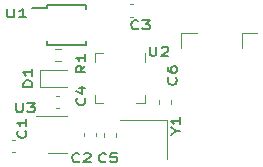
<source format=gbr>
%TF.GenerationSoftware,KiCad,Pcbnew,(6.0.5)*%
%TF.CreationDate,2022-06-17T17:21:07-07:00*%
%TF.ProjectId,picstick,70696373-7469-4636-9b2e-6b696361645f,1.0*%
%TF.SameCoordinates,Original*%
%TF.FileFunction,Legend,Top*%
%TF.FilePolarity,Positive*%
%FSLAX46Y46*%
G04 Gerber Fmt 4.6, Leading zero omitted, Abs format (unit mm)*
G04 Created by KiCad (PCBNEW (6.0.5)) date 2022-06-17 17:21:07*
%MOMM*%
%LPD*%
G01*
G04 APERTURE LIST*
%ADD10C,0.150000*%
%ADD11C,0.187500*%
%ADD12C,0.120000*%
G04 APERTURE END LIST*
D10*
%TO.C,Y1*%
X117732142Y-84476190D02*
X118089285Y-84476190D01*
X117339285Y-84809523D02*
X117732142Y-84476190D01*
X117339285Y-84142857D01*
X118089285Y-83285714D02*
X118089285Y-83857142D01*
X118089285Y-83571428D02*
X117339285Y-83571428D01*
X117446428Y-83666666D01*
X117517857Y-83761904D01*
X117553571Y-83857142D01*
%TO.C,C1*%
X105017857Y-84416666D02*
X105053571Y-84464285D01*
X105089285Y-84607142D01*
X105089285Y-84702380D01*
X105053571Y-84845238D01*
X104982142Y-84940476D01*
X104910714Y-84988095D01*
X104767857Y-85035714D01*
X104660714Y-85035714D01*
X104517857Y-84988095D01*
X104446428Y-84940476D01*
X104375000Y-84845238D01*
X104339285Y-84702380D01*
X104339285Y-84607142D01*
X104375000Y-84464285D01*
X104410714Y-84416666D01*
X105089285Y-83464285D02*
X105089285Y-84035714D01*
X105089285Y-83750000D02*
X104339285Y-83750000D01*
X104446428Y-83845238D01*
X104517857Y-83940476D01*
X104553571Y-84035714D01*
%TO.C,C3*%
X114583333Y-75767857D02*
X114535714Y-75803571D01*
X114392857Y-75839285D01*
X114297619Y-75839285D01*
X114154761Y-75803571D01*
X114059523Y-75732142D01*
X114011904Y-75660714D01*
X113964285Y-75517857D01*
X113964285Y-75410714D01*
X114011904Y-75267857D01*
X114059523Y-75196428D01*
X114154761Y-75125000D01*
X114297619Y-75089285D01*
X114392857Y-75089285D01*
X114535714Y-75125000D01*
X114583333Y-75160714D01*
X114916666Y-75089285D02*
X115535714Y-75089285D01*
X115202380Y-75375000D01*
X115345238Y-75375000D01*
X115440476Y-75410714D01*
X115488095Y-75446428D01*
X115535714Y-75517857D01*
X115535714Y-75696428D01*
X115488095Y-75767857D01*
X115440476Y-75803571D01*
X115345238Y-75839285D01*
X115059523Y-75839285D01*
X114964285Y-75803571D01*
X114916666Y-75767857D01*
%TO.C,R1*%
X110089285Y-78916666D02*
X109732142Y-79250000D01*
X110089285Y-79488095D02*
X109339285Y-79488095D01*
X109339285Y-79107142D01*
X109375000Y-79011904D01*
X109410714Y-78964285D01*
X109482142Y-78916666D01*
X109589285Y-78916666D01*
X109660714Y-78964285D01*
X109696428Y-79011904D01*
X109732142Y-79107142D01*
X109732142Y-79488095D01*
X110089285Y-77964285D02*
X110089285Y-78535714D01*
X110089285Y-78250000D02*
X109339285Y-78250000D01*
X109446428Y-78345238D01*
X109517857Y-78440476D01*
X109553571Y-78535714D01*
%TO.C,C4*%
X110017857Y-81666666D02*
X110053571Y-81714285D01*
X110089285Y-81857142D01*
X110089285Y-81952380D01*
X110053571Y-82095238D01*
X109982142Y-82190476D01*
X109910714Y-82238095D01*
X109767857Y-82285714D01*
X109660714Y-82285714D01*
X109517857Y-82238095D01*
X109446428Y-82190476D01*
X109375000Y-82095238D01*
X109339285Y-81952380D01*
X109339285Y-81857142D01*
X109375000Y-81714285D01*
X109410714Y-81666666D01*
X109589285Y-80809523D02*
X110089285Y-80809523D01*
X109303571Y-81047619D02*
X109839285Y-81285714D01*
X109839285Y-80666666D01*
D11*
%TO.C,U2*%
X115538095Y-77339285D02*
X115538095Y-77946428D01*
X115585714Y-78017857D01*
X115633333Y-78053571D01*
X115728571Y-78089285D01*
X115919047Y-78089285D01*
X116014285Y-78053571D01*
X116061904Y-78017857D01*
X116109523Y-77946428D01*
X116109523Y-77339285D01*
X116538095Y-77410714D02*
X116585714Y-77375000D01*
X116680952Y-77339285D01*
X116919047Y-77339285D01*
X117014285Y-77375000D01*
X117061904Y-77410714D01*
X117109523Y-77482142D01*
X117109523Y-77553571D01*
X117061904Y-77660714D01*
X116490476Y-78089285D01*
X117109523Y-78089285D01*
%TO.C,U3*%
X104238095Y-82099285D02*
X104238095Y-82706428D01*
X104285714Y-82777857D01*
X104333333Y-82813571D01*
X104428571Y-82849285D01*
X104619047Y-82849285D01*
X104714285Y-82813571D01*
X104761904Y-82777857D01*
X104809523Y-82706428D01*
X104809523Y-82099285D01*
X105190476Y-82099285D02*
X105809523Y-82099285D01*
X105476190Y-82385000D01*
X105619047Y-82385000D01*
X105714285Y-82420714D01*
X105761904Y-82456428D01*
X105809523Y-82527857D01*
X105809523Y-82706428D01*
X105761904Y-82777857D01*
X105714285Y-82813571D01*
X105619047Y-82849285D01*
X105333333Y-82849285D01*
X105238095Y-82813571D01*
X105190476Y-82777857D01*
D10*
%TO.C,D1*%
X105589285Y-80738095D02*
X104839285Y-80738095D01*
X104839285Y-80500000D01*
X104875000Y-80357142D01*
X104946428Y-80261904D01*
X105017857Y-80214285D01*
X105160714Y-80166666D01*
X105267857Y-80166666D01*
X105410714Y-80214285D01*
X105482142Y-80261904D01*
X105553571Y-80357142D01*
X105589285Y-80500000D01*
X105589285Y-80738095D01*
X105589285Y-79214285D02*
X105589285Y-79785714D01*
X105589285Y-79500000D02*
X104839285Y-79500000D01*
X104946428Y-79595238D01*
X105017857Y-79690476D01*
X105053571Y-79785714D01*
%TO.C,C6*%
X117767857Y-79916666D02*
X117803571Y-79964285D01*
X117839285Y-80107142D01*
X117839285Y-80202380D01*
X117803571Y-80345238D01*
X117732142Y-80440476D01*
X117660714Y-80488095D01*
X117517857Y-80535714D01*
X117410714Y-80535714D01*
X117267857Y-80488095D01*
X117196428Y-80440476D01*
X117125000Y-80345238D01*
X117089285Y-80202380D01*
X117089285Y-80107142D01*
X117125000Y-79964285D01*
X117160714Y-79916666D01*
X117089285Y-79059523D02*
X117089285Y-79250000D01*
X117125000Y-79345238D01*
X117160714Y-79392857D01*
X117267857Y-79488095D01*
X117410714Y-79535714D01*
X117696428Y-79535714D01*
X117767857Y-79488095D01*
X117803571Y-79440476D01*
X117839285Y-79345238D01*
X117839285Y-79154761D01*
X117803571Y-79059523D01*
X117767857Y-79011904D01*
X117696428Y-78964285D01*
X117517857Y-78964285D01*
X117446428Y-79011904D01*
X117410714Y-79059523D01*
X117375000Y-79154761D01*
X117375000Y-79345238D01*
X117410714Y-79440476D01*
X117446428Y-79488095D01*
X117517857Y-79535714D01*
%TO.C,C2*%
X109583333Y-87017857D02*
X109535714Y-87053571D01*
X109392857Y-87089285D01*
X109297619Y-87089285D01*
X109154761Y-87053571D01*
X109059523Y-86982142D01*
X109011904Y-86910714D01*
X108964285Y-86767857D01*
X108964285Y-86660714D01*
X109011904Y-86517857D01*
X109059523Y-86446428D01*
X109154761Y-86375000D01*
X109297619Y-86339285D01*
X109392857Y-86339285D01*
X109535714Y-86375000D01*
X109583333Y-86410714D01*
X109964285Y-86410714D02*
X110011904Y-86375000D01*
X110107142Y-86339285D01*
X110345238Y-86339285D01*
X110440476Y-86375000D01*
X110488095Y-86410714D01*
X110535714Y-86482142D01*
X110535714Y-86553571D01*
X110488095Y-86660714D01*
X109916666Y-87089285D01*
X110535714Y-87089285D01*
%TO.C,C5*%
X111833333Y-87017857D02*
X111785714Y-87053571D01*
X111642857Y-87089285D01*
X111547619Y-87089285D01*
X111404761Y-87053571D01*
X111309523Y-86982142D01*
X111261904Y-86910714D01*
X111214285Y-86767857D01*
X111214285Y-86660714D01*
X111261904Y-86517857D01*
X111309523Y-86446428D01*
X111404761Y-86375000D01*
X111547619Y-86339285D01*
X111642857Y-86339285D01*
X111785714Y-86375000D01*
X111833333Y-86410714D01*
X112738095Y-86339285D02*
X112261904Y-86339285D01*
X112214285Y-86696428D01*
X112261904Y-86660714D01*
X112357142Y-86625000D01*
X112595238Y-86625000D01*
X112690476Y-86660714D01*
X112738095Y-86696428D01*
X112785714Y-86767857D01*
X112785714Y-86946428D01*
X112738095Y-87017857D01*
X112690476Y-87053571D01*
X112595238Y-87089285D01*
X112357142Y-87089285D01*
X112261904Y-87053571D01*
X112214285Y-87017857D01*
D11*
%TO.C,U1*%
X103488095Y-74089285D02*
X103488095Y-74696428D01*
X103535714Y-74767857D01*
X103583333Y-74803571D01*
X103678571Y-74839285D01*
X103869047Y-74839285D01*
X103964285Y-74803571D01*
X104011904Y-74767857D01*
X104059523Y-74696428D01*
X104059523Y-74089285D01*
X105059523Y-74839285D02*
X104488095Y-74839285D01*
X104773809Y-74839285D02*
X104773809Y-74089285D01*
X104678571Y-74196428D01*
X104583333Y-74267857D01*
X104488095Y-74303571D01*
D12*
%TO.C,Y1*%
X117000000Y-83550000D02*
X113000000Y-83550000D01*
X117000000Y-86850000D02*
X117000000Y-83550000D01*
%TO.C,C1*%
X104165580Y-85240000D02*
X103884420Y-85240000D01*
X104165580Y-86260000D02*
X103884420Y-86260000D01*
%TO.C,C3*%
X113859420Y-73740000D02*
X114140580Y-73740000D01*
X113859420Y-74760000D02*
X114140580Y-74760000D01*
%TO.C,R1*%
X107987258Y-77477500D02*
X107512742Y-77477500D01*
X107987258Y-78522500D02*
X107512742Y-78522500D01*
%TO.C,C4*%
X107890580Y-82510000D02*
X107609420Y-82510000D01*
X107890580Y-81490000D02*
X107609420Y-81490000D01*
%TO.C,U2*%
X115110000Y-82110000D02*
X114385000Y-82110000D01*
X115110000Y-78615000D02*
X115110000Y-77890000D01*
X110890000Y-82110000D02*
X111615000Y-82110000D01*
X110890000Y-81385000D02*
X110890000Y-82110000D01*
X115110000Y-81385000D02*
X115110000Y-82110000D01*
X110890000Y-77890000D02*
X111615000Y-77890000D01*
X110890000Y-78615000D02*
X110890000Y-77890000D01*
%TO.C,U3*%
X107750000Y-86310000D02*
X108550000Y-86310000D01*
X107750000Y-86310000D02*
X106950000Y-86310000D01*
X107750000Y-83190000D02*
X108550000Y-83190000D01*
X107750000Y-83190000D02*
X105950000Y-83190000D01*
%TO.C,D1*%
X106265000Y-79265000D02*
X106265000Y-80735000D01*
X106265000Y-80735000D02*
X108550000Y-80735000D01*
X108550000Y-79265000D02*
X106265000Y-79265000D01*
%TO.C,C6*%
X117310000Y-82140580D02*
X117310000Y-81859420D01*
X116290000Y-82140580D02*
X116290000Y-81859420D01*
%TO.C,C2*%
X111010000Y-84609420D02*
X111010000Y-84890580D01*
X109990000Y-84609420D02*
X109990000Y-84890580D01*
%TO.C,C5*%
X112710000Y-84940580D02*
X112710000Y-84659420D01*
X111690000Y-84940580D02*
X111690000Y-84659420D01*
%TO.C,J2*%
X118170000Y-77460000D02*
X118170000Y-76130000D01*
X118170000Y-76130000D02*
X119500000Y-76130000D01*
D10*
%TO.C,U1*%
X110175000Y-73825000D02*
X110175000Y-74125000D01*
X106825000Y-73825000D02*
X110175000Y-73825000D01*
X106825000Y-73825000D02*
X106825000Y-74050000D01*
X106825000Y-77175000D02*
X110175000Y-77175000D01*
X106825000Y-74050000D02*
X105600000Y-74050000D01*
X106825000Y-77175000D02*
X106825000Y-76875000D01*
X110175000Y-77175000D02*
X110175000Y-76875000D01*
D12*
%TO.C,J3*%
X123310000Y-77460000D02*
X123310000Y-76190000D01*
X123310000Y-76190000D02*
X124580000Y-76190000D01*
%TD*%
M02*

</source>
